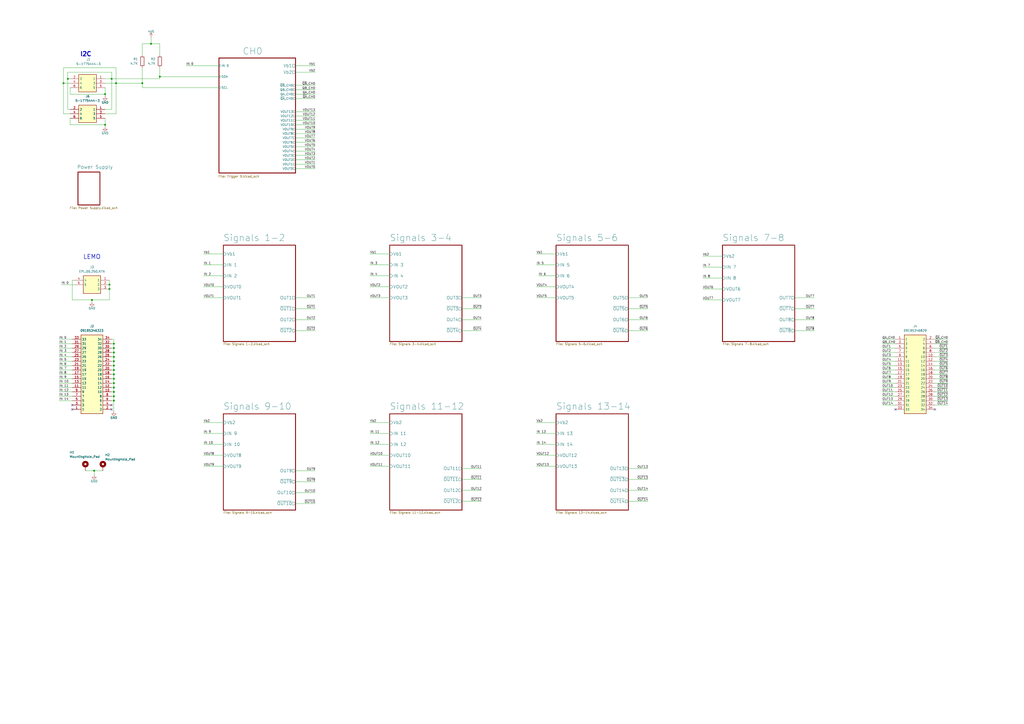
<source format=kicad_sch>
(kicad_sch (version 20231120) (generator "eeschema") (generator_version "8.0")
  (paper "A2")
  (lib_symbols
    (symbol "Device:R" (pin_numbers hide) (pin_names (offset 0))
      (property "Reference" "R" (at 2.032 0 90))
      (property "Value" "R" (at 0 0 90))
      (symbol "R_0_1"
        (rectangle (start -1.016 -2.54) (end 1.016 2.54) (stroke (width 0.254)))
      )
      (symbol "R_1_1"
        (pin passive line (at 0 3.81 270) (length 1.27) (name "~") (number "1"))
        (pin passive line (at 0 -3.81 90) (length 1.27) (name "~") (number "2"))
      )
    )
    (symbol "Mechanical:MountingHole_Pad" (pin_numbers hide) (pin_names (offset 1.016) hide) (exclude_from_sim yes) (in_bom no)
      (property "Reference" "H" (at 0 6.35 0))
      (property "Value" "MountingHole_Pad" (at 0 4.445 0))
      (symbol "MountingHole_Pad_0_1"
        (circle (center 0 1.27) (radius 1.27) (stroke (width 1.27)))
      )
      (symbol "MountingHole_Pad_1_1"
        (pin input line (at 0 -2.54 90) (length 2.54) (name "1") (number "1"))
      )
    )
    (symbol "SamacSys_Parts:09185346323"
      (property "Reference" "J" (at 19.05 7.62 0))
      (property "Value" "09185346323" (at 19.05 5.08 0))
      (symbol "09185346323_1_1"
        (rectangle (start 5.08 2.54) (end 17.78 -43.18) (stroke (width 0.254)) (fill (type background)))
        (pin passive line (at 0 0 0) (length 5.08) (name "1") (number "1"))
        (pin passive line (at 22.86 -10.16 180) (length 5.08) (name "10") (number "10"))
        (pin passive line (at 0 -12.7 0) (length 5.08) (name "11") (number "11"))
        (pin passive line (at 22.86 -12.7 180) (length 5.08) (name "12") (number "12"))
        (pin passive line (at 0 -15.24 0) (length 5.08) (name "13") (number "13"))
        (pin passive line (at 22.86 -15.24 180) (length 5.08) (name "14") (number "14"))
        (pin passive line (at 0 -17.78 0) (length 5.08) (name "15") (number "15"))
        (pin passive line (at 22.86 -17.78 180) (length 5.08) (name "16") (number "16"))
        (pin passive line (at 0 -20.32 0) (length 5.08) (name "17") (number "17"))
        (pin passive line (at 22.86 -20.32 180) (length 5.08) (name "18") (number "18"))
        (pin passive line (at 0 -22.86 0) (length 5.08) (name "19") (number "19"))
        (pin passive line (at 22.86 0 180) (length 5.08) (name "2") (number "2"))
        (pin passive line (at 22.86 -22.86 180) (length 5.08) (name "20") (number "20"))
        (pin passive line (at 0 -25.4 0) (length 5.08) (name "21") (number "21"))
        (pin passive line (at 22.86 -25.4 180) (length 5.08) (name "22") (number "22"))
        (pin passive line (at 0 -27.94 0) (length 5.08) (name "23") (number "23"))
        (pin passive line (at 22.86 -27.94 180) (length 5.08) (name "24") (number "24"))
        (pin passive line (at 0 -30.48 0) (length 5.08) (name "25") (number "25"))
        (pin passive line (at 22.86 -30.48 180) (length 5.08) (name "26") (number "26"))
        (pin passive line (at 0 -33.02 0) (length 5.08) (name "27") (number "27"))
        (pin passive line (at 22.86 -33.02 180) (length 5.08) (name "28") (number "28"))
        (pin passive line (at 0 -35.56 0) (length 5.08) (name "29") (number "29"))
        (pin passive line (at 0 -2.54 0) (length 5.08) (name "3") (number "3"))
        (pin passive line (at 22.86 -35.56 180) (length 5.08) (name "30") (number "30"))
        (pin passive line (at 0 -38.1 0) (length 5.08) (name "31") (number "31"))
        (pin passive line (at 22.86 -38.1 180) (length 5.08) (name "32") (number "32"))
        (pin passive line (at 0 -40.64 0) (length 5.08) (name "33") (number "33"))
        (pin passive line (at 22.86 -40.64 180) (length 5.08) (name "34") (number "34"))
        (pin passive line (at 22.86 -2.54 180) (length 5.08) (name "4") (number "4"))
        (pin passive line (at 0 -5.08 0) (length 5.08) (name "5") (number "5"))
        (pin passive line (at 22.86 -5.08 180) (length 5.08) (name "6") (number "6"))
        (pin passive line (at 0 -7.62 0) (length 5.08) (name "7") (number "7"))
        (pin passive line (at 22.86 -7.62 180) (length 5.08) (name "8") (number "8"))
        (pin passive line (at 0 -10.16 0) (length 5.08) (name "9") (number "9"))
      )
    )
    (symbol "SamacSys_Parts:09195346829"
      (property "Reference" "J" (at 19.05 7.62 0))
      (property "Value" "09195346829" (at 19.05 5.08 0))
      (symbol "09195346829_1_1"
        (rectangle (start 5.08 2.54) (end 17.78 -43.18) (stroke (width 0.254)) (fill (type background)))
        (pin passive line (at 0 -40.64 0) (length 5.08) (name "1") (number "1"))
        (pin passive line (at 22.86 -30.48 180) (length 5.08) (name "10") (number "10"))
        (pin passive line (at 0 -27.94 0) (length 5.08) (name "11") (number "11"))
        (pin passive line (at 22.86 -27.94 180) (length 5.08) (name "12") (number "12"))
        (pin passive line (at 0 -25.4 0) (length 5.08) (name "13") (number "13"))
        (pin passive line (at 22.86 -25.4 180) (length 5.08) (name "14") (number "14"))
        (pin passive line (at 0 -22.86 0) (length 5.08) (name "15") (number "15"))
        (pin passive line (at 22.86 -22.86 180) (length 5.08) (name "16") (number "16"))
        (pin passive line (at 0 -20.32 0) (length 5.08) (name "17") (number "17"))
        (pin passive line (at 22.86 -20.32 180) (length 5.08) (name "18") (number "18"))
        (pin passive line (at 0 -17.78 0) (length 5.08) (name "19") (number "19"))
        (pin passive line (at 22.86 -40.64 180) (length 5.08) (name "2") (number "2"))
        (pin passive line (at 22.86 -17.78 180) (length 5.08) (name "20") (number "20"))
        (pin passive line (at 0 -15.24 0) (length 5.08) (name "21") (number "21"))
        (pin passive line (at 22.86 -15.24 180) (length 5.08) (name "22") (number "22"))
        (pin passive line (at 0 -12.7 0) (length 5.08) (name "23") (number "23"))
        (pin passive line (at 22.86 -12.7 180) (length 5.08) (name "24") (number "24"))
        (pin passive line (at 0 -10.16 0) (length 5.08) (name "25") (number "25"))
        (pin passive line (at 22.86 -10.16 180) (length 5.08) (name "26") (number "26"))
        (pin passive line (at 0 -7.62 0) (length 5.08) (name "27") (number "27"))
        (pin passive line (at 22.86 -7.62 180) (length 5.08) (name "28") (number "28"))
        (pin passive line (at 0 -5.08 0) (length 5.08) (name "29") (number "29"))
        (pin passive line (at 0 -38.1 0) (length 5.08) (name "3") (number "3"))
        (pin passive line (at 22.86 -5.08 180) (length 5.08) (name "30") (number "30"))
        (pin passive line (at 0 -2.54 0) (length 5.08) (name "31") (number "31"))
        (pin passive line (at 22.86 -2.54 180) (length 5.08) (name "32") (number "32"))
        (pin passive line (at 0 0 0) (length 5.08) (name "33") (number "33"))
        (pin passive line (at 22.86 0 180) (length 5.08) (name "34") (number "34"))
        (pin passive line (at 22.86 -38.1 180) (length 5.08) (name "4") (number "4"))
        (pin passive line (at 0 -35.56 0) (length 5.08) (name "5") (number "5"))
        (pin passive line (at 22.86 -35.56 180) (length 5.08) (name "6") (number "6"))
        (pin passive line (at 0 -33.02 0) (length 5.08) (name "7") (number "7"))
        (pin passive line (at 22.86 -33.02 180) (length 5.08) (name "8") (number "8"))
        (pin passive line (at 0 -30.48 0) (length 5.08) (name "9") (number "9"))
      )
    )
    (symbol "SamacSys_Parts:5-1775444-3"
      (property "Reference" "J" (at 16.51 7.62 0))
      (property "Value" "5-1775444-3" (at 16.51 5.08 0))
      (symbol "5-1775444-3_1_1"
        (rectangle (start 5.08 2.54) (end 15.24 -7.62) (stroke (width 0.254)) (fill (type background)))
        (pin passive line (at 0 0 0) (length 5.08) (name "1") (number "1"))
        (pin passive line (at 20.32 0 180) (length 5.08) (name "2") (number "2"))
        (pin passive line (at 0 -2.54 0) (length 5.08) (name "3") (number "3"))
        (pin passive line (at 20.32 -2.54 180) (length 5.08) (name "4") (number "4"))
        (pin passive line (at 0 -5.08 0) (length 5.08) (name "5") (number "5"))
        (pin passive line (at 20.32 -5.08 180) (length 5.08) (name "6") (number "6"))
      )
    )
    (symbol "SamacSys_Parts:EPL.00.250.NTN"
      (property "Reference" "J" (at 16.51 7.62 0))
      (property "Value" "EPL.00.250.NTN" (at 16.51 5.08 0))
      (symbol "EPL.00.250.NTN_1_1"
        (rectangle (start 5.08 2.54) (end 15.24 -7.62) (stroke (width 0.254)) (fill (type background)))
        (pin passive line (at 0 0 0) (length 5.08) (name "1") (number "1"))
        (pin passive line (at 0 -2.54 0) (length 5.08) (name "2") (number "2"))
        (pin passive line (at 0 -5.08 0) (length 5.08) (name "3") (number "3"))
        (pin passive line (at 20.32 0 180) (length 5.08) (name "4") (number "4"))
        (pin passive line (at 20.32 -2.54 180) (length 5.08) (name "5") (number "5"))
      )
    )
    (symbol "power:+8V" (power) (pin_numbers hide) (pin_names (offset 0) hide)
      (property "Value" "+8V" (at 0 3.556 0))
      (symbol "+8V_0_1"
        (polyline (pts (xy -0.762 1.27) (xy 0 2.54)))
        (polyline (pts (xy 0 0) (xy 0 2.54)))
        (polyline (pts (xy 0 2.54) (xy 0.762 1.27)))
      )
      (symbol "+8V_1_1"
        (pin power_in line (at 0 0 90) (length 0) (name "~") (number "1"))
      )
    )
    (symbol "power:GND" (power) (pin_numbers hide) (pin_names (offset 0) hide)
      (property "Value" "GND" (at 0 -3.81 0))
      (symbol "GND_0_1"
        (polyline (pts (xy 0 0) (xy 0 -1.27) (xy 1.27 -1.27) (xy 0 -2.54) (xy -1.27 -1.27) (xy 0 -1.27)))
      )
      (symbol "GND_1_1"
        (pin power_in line (at 0 0 270) (length 0) (name "~") (number "1"))
      )
    )
  )
  (junction (at 66.04 199.39))
  (junction (at 66.04 227.33))
  (junction (at 82.55 48.26))
  (junction (at 39.37 45.72))
  (junction (at 66.04 217.17))
  (junction (at 66.04 209.55))
  (junction (at 66.04 212.09))
  (junction (at 66.04 204.47))
  (junction (at 92.71 44.45))
  (junction (at 66.04 232.41))
  (junction (at 66.04 219.71))
  (junction (at 64.77 45.72))
  (junction (at 36.83 48.26))
  (junction (at 63.5 167.64))
  (junction (at 60.96 54.61))
  (junction (at 54.61 273.05))
  (junction (at 60.96 72.39))
  (junction (at 66.04 201.93))
  (junction (at 66.04 207.01))
  (junction (at 67.31 48.26))
  (junction (at 53.34 173.99))
  (junction (at 66.04 222.25))
  (junction (at 66.04 229.87))
  (junction (at 66.04 224.79))
  (junction (at 66.04 214.63))
  (junction (at 63.5 165.1))
  (junction (at 87.63 25.4))
  (no_connect (at 519.43 237.49))
  (no_connect (at 542.29 237.49))
  (no_connect (at 64.77 234.95))
  (no_connect (at 41.91 234.95))
  (no_connect (at 64.77 237.49))
  (no_connect (at 41.91 237.49))
  (wire (pts (xy 34.29 204.47) (xy 41.91 204.47)))
  (wire (pts (xy 67.31 39.37) (xy 67.31 48.26)))
  (wire (pts (xy 49.53 273.05) (xy 54.61 273.05)))
  (wire (pts (xy 40.64 50.8) (xy 40.64 54.61)))
  (wire (pts (xy 92.71 39.37) (xy 92.71 44.45)))
  (wire (pts (xy 519.43 229.87) (xy 511.81 229.87)))
  (wire (pts (xy 312.42 160.02) (xy 322.58 160.02)))
  (wire (pts (xy 171.45 67.31) (xy 182.88 67.31)))
  (wire (pts (xy 419.1 148.59) (xy 407.67 148.59)))
  (wire (pts (xy 60.96 48.26) (xy 67.31 48.26)))
  (wire (pts (xy 66.04 222.25) (xy 66.04 224.79)))
  (wire (pts (xy 407.67 167.64) (xy 419.1 167.64)))
  (wire (pts (xy 171.45 95.25) (xy 182.88 95.25)))
  (wire (pts (xy 34.29 209.55) (xy 41.91 209.55)))
  (wire (pts (xy 66.04 214.63) (xy 66.04 217.17)))
  (wire (pts (xy 542.29 229.87) (xy 549.91 229.87)))
  (wire (pts (xy 171.45 292.1) (xy 182.88 292.1)))
  (wire (pts (xy 364.49 172.72) (xy 375.92 172.72)))
  (wire (pts (xy 36.83 48.26) (xy 40.64 48.26)))
  (wire (pts (xy 67.31 48.26) (xy 82.55 48.26)))
  (wire (pts (xy 549.91 212.09) (xy 542.29 212.09)))
  (wire (pts (xy 66.04 222.25) (xy 64.77 222.25)))
  (wire (pts (xy 118.11 153.67) (xy 129.54 153.67)))
  (wire (pts (xy 41.91 162.56) (xy 43.18 162.56)))
  (wire (pts (xy 214.63 153.67) (xy 226.06 153.67)))
  (wire (pts (xy 171.45 77.47) (xy 182.88 77.47)))
  (wire (pts (xy 542.29 224.79) (xy 549.91 224.79)))
  (wire (pts (xy 542.29 227.33) (xy 549.91 227.33)))
  (wire (pts (xy 66.04 204.47) (xy 66.04 207.01)))
  (wire (pts (xy 40.64 54.61) (xy 60.96 54.61)))
  (wire (pts (xy 54.61 273.05) (xy 54.61 275.59)))
  (wire (pts (xy 171.45 279.4) (xy 182.88 279.4)))
  (wire (pts (xy 66.04 209.55) (xy 66.04 212.09)))
  (wire (pts (xy 549.91 209.55) (xy 542.29 209.55)))
  (wire (pts (xy 40.64 68.58) (xy 40.64 72.39)))
  (wire (pts (xy 41.91 173.99) (xy 41.91 162.56)))
  (wire (pts (xy 311.15 251.46) (xy 322.58 251.46)))
  (wire (pts (xy 171.45 285.75) (xy 182.88 285.75)))
  (wire (pts (xy 66.04 229.87) (xy 64.77 229.87)))
  (wire (pts (xy 311.15 153.67) (xy 322.58 153.67)))
  (wire (pts (xy 511.81 204.47) (xy 519.43 204.47)))
  (wire (pts (xy 82.55 25.4) (xy 82.55 31.75)))
  (wire (pts (xy 311.15 257.81) (xy 322.58 257.81)))
  (wire (pts (xy 60.96 50.8) (xy 60.96 54.61)))
  (wire (pts (xy 311.15 166.37) (xy 322.58 166.37)))
  (wire (pts (xy 311.15 172.72) (xy 322.58 172.72)))
  (wire (pts (xy 171.45 38.1) (xy 182.88 38.1)))
  (wire (pts (xy 92.71 45.72) (xy 92.71 44.45)))
  (wire (pts (xy 364.49 278.13) (xy 375.92 278.13)))
  (wire (pts (xy 82.55 39.37) (xy 82.55 48.26)))
  (wire (pts (xy 118.11 147.32) (xy 129.54 147.32)))
  (wire (pts (xy 407.67 173.99) (xy 419.1 173.99)))
  (wire (pts (xy 542.29 199.39) (xy 549.91 199.39)))
  (wire (pts (xy 511.81 207.01) (xy 519.43 207.01)))
  (wire (pts (xy 34.29 217.17) (xy 41.91 217.17)))
  (wire (pts (xy 267.97 290.83) (xy 279.4 290.83)))
  (wire (pts (xy 511.81 209.55) (xy 519.43 209.55)))
  (wire (pts (xy 542.29 234.95) (xy 549.91 234.95)))
  (wire (pts (xy 36.83 39.37) (xy 36.83 48.26)))
  (wire (pts (xy 511.81 212.09) (xy 519.43 212.09)))
  (wire (pts (xy 549.91 214.63) (xy 542.29 214.63)))
  (wire (pts (xy 171.45 273.05) (xy 182.88 273.05)))
  (wire (pts (xy 66.04 227.33) (xy 64.77 227.33)))
  (wire (pts (xy 214.63 160.02) (xy 226.06 160.02)))
  (wire (pts (xy 549.91 217.17) (xy 542.29 217.17)))
  (wire (pts (xy 171.45 74.93) (xy 182.88 74.93)))
  (wire (pts (xy 226.06 147.32) (xy 214.63 147.32)))
  (wire (pts (xy 461.01 191.77) (xy 472.44 191.77)))
  (wire (pts (xy 461.01 172.72) (xy 472.44 172.72)))
  (wire (pts (xy 322.58 147.32) (xy 311.15 147.32)))
  (wire (pts (xy 66.04 207.01) (xy 66.04 209.55)))
  (wire (pts (xy 171.45 69.85) (xy 182.88 69.85)))
  (wire (pts (xy 214.63 257.81) (xy 226.06 257.81)))
  (wire (pts (xy 66.04 217.17) (xy 64.77 217.17)))
  (wire (pts (xy 171.45 49.53) (xy 182.88 49.53)))
  (wire (pts (xy 214.63 172.72) (xy 226.06 172.72)))
  (wire (pts (xy 66.04 224.79) (xy 64.77 224.79)))
  (wire (pts (xy 34.29 224.79) (xy 41.91 224.79)))
  (wire (pts (xy 214.63 270.51) (xy 226.06 270.51)))
  (wire (pts (xy 171.45 41.91) (xy 182.88 41.91)))
  (wire (pts (xy 64.77 41.91) (xy 64.77 45.72)))
  (wire (pts (xy 214.63 166.37) (xy 226.06 166.37)))
  (wire (pts (xy 171.45 54.61) (xy 182.88 54.61)))
  (wire (pts (xy 53.34 173.99) (xy 53.34 175.26)))
  (wire (pts (xy 40.64 72.39) (xy 60.96 72.39)))
  (wire (pts (xy 364.49 271.78) (xy 375.92 271.78)))
  (wire (pts (xy 34.29 196.85) (xy 41.91 196.85)))
  (wire (pts (xy 36.83 48.26) (xy 36.83 66.04)))
  (wire (pts (xy 542.29 232.41) (xy 549.91 232.41)))
  (wire (pts (xy 118.11 270.51) (xy 129.54 270.51)))
  (wire (pts (xy 67.31 48.26) (xy 67.31 66.04)))
  (wire (pts (xy 66.04 199.39) (xy 64.77 199.39)))
  (wire (pts (xy 66.04 204.47) (xy 64.77 204.47)))
  (wire (pts (xy 364.49 290.83) (xy 375.92 290.83)))
  (wire (pts (xy 66.04 212.09) (xy 66.04 214.63)))
  (wire (pts (xy 171.45 191.77) (xy 182.88 191.77)))
  (wire (pts (xy 63.5 167.64) (xy 63.5 173.99)))
  (wire (pts (xy 511.81 196.85) (xy 519.43 196.85)))
  (wire (pts (xy 267.97 284.48) (xy 279.4 284.48)))
  (wire (pts (xy 267.97 172.72) (xy 279.4 172.72)))
  (wire (pts (xy 519.43 234.95) (xy 511.81 234.95)))
  (wire (pts (xy 53.34 173.99) (xy 63.5 173.99)))
  (wire (pts (xy 519.43 222.25) (xy 511.81 222.25)))
  (wire (pts (xy 519.43 227.33) (xy 511.81 227.33)))
  (wire (pts (xy 39.37 45.72) (xy 39.37 63.5)))
  (wire (pts (xy 60.96 66.04) (xy 67.31 66.04)))
  (wire (pts (xy 66.04 196.85) (xy 66.04 199.39)))
  (wire (pts (xy 542.29 196.85) (xy 549.91 196.85)))
  (wire (pts (xy 171.45 90.17) (xy 182.88 90.17)))
  (wire (pts (xy 511.81 217.17) (xy 519.43 217.17)))
  (wire (pts (xy 66.04 214.63) (xy 64.77 214.63)))
  (wire (pts (xy 519.43 224.79) (xy 511.81 224.79)))
  (wire (pts (xy 66.04 232.41) (xy 64.77 232.41)))
  (wire (pts (xy 34.29 207.01) (xy 41.91 207.01)))
  (wire (pts (xy 171.45 57.15) (xy 182.88 57.15)))
  (wire (pts (xy 171.45 92.71) (xy 182.88 92.71)))
  (wire (pts (xy 118.11 160.02) (xy 129.54 160.02)))
  (wire (pts (xy 118.11 245.11) (xy 129.54 245.11)))
  (wire (pts (xy 66.04 224.79) (xy 66.04 227.33)))
  (wire (pts (xy 511.81 214.63) (xy 519.43 214.63)))
  (wire (pts (xy 171.45 64.77) (xy 182.88 64.77)))
  (wire (pts (xy 311.15 264.16) (xy 322.58 264.16)))
  (wire (pts (xy 364.49 284.48) (xy 375.92 284.48)))
  (wire (pts (xy 34.29 222.25) (xy 41.91 222.25)))
  (wire (pts (xy 171.45 185.42) (xy 182.88 185.42)))
  (wire (pts (xy 34.29 212.09) (xy 41.91 212.09)))
  (wire (pts (xy 63.5 162.56) (xy 63.5 165.1)))
  (wire (pts (xy 60.96 54.61) (xy 60.96 55.88)))
  (wire (pts (xy 66.04 212.09) (xy 64.77 212.09)))
  (wire (pts (xy 171.45 85.09) (xy 182.88 85.09)))
  (wire (pts (xy 41.91 173.99) (xy 53.34 173.99)))
  (wire (pts (xy 267.97 179.07) (xy 279.4 179.07)))
  (wire (pts (xy 66.04 199.39) (xy 66.04 201.93)))
  (wire (pts (xy 66.04 232.41) (xy 66.04 238.76)))
  (wire (pts (xy 40.64 63.5) (xy 39.37 63.5)))
  (wire (pts (xy 64.77 45.72) (xy 92.71 45.72)))
  (wire (pts (xy 171.45 52.07) (xy 182.88 52.07)))
  (wire (pts (xy 66.04 201.93) (xy 64.77 201.93)))
  (wire (pts (xy 171.45 82.55) (xy 182.88 82.55)))
  (wire (pts (xy 64.77 63.5) (xy 60.96 63.5)))
  (wire (pts (xy 66.04 227.33) (xy 66.04 229.87)))
  (wire (pts (xy 87.63 25.4) (xy 92.71 25.4)))
  (wire (pts (xy 82.55 50.8) (xy 127 50.8)))
  (wire (pts (xy 407.67 154.94) (xy 419.1 154.94)))
  (wire (pts (xy 82.55 48.26) (xy 82.55 50.8)))
  (wire (pts (xy 226.06 245.11) (xy 214.63 245.11)))
  (wire (pts (xy 92.71 44.45) (xy 127 44.45)))
  (wire (pts (xy 64.77 196.85) (xy 66.04 196.85)))
  (wire (pts (xy 64.77 45.72) (xy 64.77 63.5)))
  (wire (pts (xy 549.91 204.47) (xy 542.29 204.47)))
  (wire (pts (xy 407.67 161.29) (xy 419.1 161.29)))
  (wire (pts (xy 214.63 264.16) (xy 226.06 264.16)))
  (wire (pts (xy 60.96 72.39) (xy 60.96 73.66)))
  (wire (pts (xy 549.91 201.93) (xy 542.29 201.93)))
  (wire (pts (xy 60.96 45.72) (xy 64.77 45.72)))
  (wire (pts (xy 34.29 214.63) (xy 41.91 214.63)))
  (wire (pts (xy 171.45 97.79) (xy 182.88 97.79)))
  (wire (pts (xy 107.95 38.1) (xy 127 38.1)))
  (wire (pts (xy 171.45 80.01) (xy 182.88 80.01)))
  (wire (pts (xy 40.64 45.72) (xy 39.37 45.72)))
  (wire (pts (xy 87.63 21.59) (xy 87.63 25.4)))
  (wire (pts (xy 66.04 201.93) (xy 66.04 204.47)))
  (wire (pts (xy 54.61 273.05) (xy 59.69 273.05)))
  (wire (pts (xy 118.11 251.46) (xy 129.54 251.46)))
  (wire (pts (xy 519.43 199.39) (xy 511.81 199.39)))
  (wire (pts (xy 34.29 227.33) (xy 41.91 227.33)))
  (wire (pts (xy 66.04 209.55) (xy 64.77 209.55)))
  (wire (pts (xy 39.37 45.72) (xy 39.37 41.91)))
  (wire (pts (xy 549.91 219.71) (xy 542.29 219.71)))
  (wire (pts (xy 118.11 257.81) (xy 129.54 257.81)))
  (wire (pts (xy 34.29 199.39) (xy 41.91 199.39)))
  (wire (pts (xy 66.04 219.71) (xy 64.77 219.71)))
  (wire (pts (xy 66.04 229.87) (xy 66.04 232.41)))
  (wire (pts (xy 267.97 191.77) (xy 279.4 191.77)))
  (wire (pts (xy 36.83 66.04) (xy 40.64 66.04)))
  (wire (pts (xy 267.97 185.42) (xy 279.4 185.42)))
  (wire (pts (xy 364.49 179.07) (xy 375.92 179.07)))
  (wire (pts (xy 92.71 25.4) (xy 92.71 31.75)))
  (wire (pts (xy 118.11 166.37) (xy 129.54 166.37)))
  (wire (pts (xy 171.45 72.39) (xy 182.88 72.39)))
  (wire (pts (xy 267.97 271.78) (xy 279.4 271.78)))
  (wire (pts (xy 87.63 25.4) (xy 82.55 25.4)))
  (wire (pts (xy 67.31 39.37) (xy 36.83 39.37)))
  (wire (pts (xy 118.11 172.72) (xy 129.54 172.72)))
  (wire (pts (xy 511.81 201.93) (xy 519.43 201.93)))
  (wire (pts (xy 542.29 222.25) (xy 549.91 222.25)))
  (wire (pts (xy 519.43 232.41) (xy 511.81 232.41)))
  (wire (pts (xy 66.04 219.71) (xy 66.04 222.25)))
  (wire (pts (xy 63.5 165.1) (xy 63.5 167.64)))
  (wire (pts (xy 39.37 41.91) (xy 64.77 41.91)))
  (wire (pts (xy 60.96 68.58) (xy 60.96 72.39)))
  (wire (pts (xy 364.49 191.77) (xy 375.92 191.77)))
  (wire (pts (xy 34.29 219.71) (xy 41.91 219.71)))
  (wire (pts (xy 34.29 201.93) (xy 41.91 201.93)))
  (wire (pts (xy 214.63 251.46) (xy 226.06 251.46)))
  (wire (pts (xy 311.15 270.51) (xy 322.58 270.51)))
  (wire (pts (xy 267.97 278.13) (xy 279.4 278.13)))
  (wire (pts (xy 171.45 87.63) (xy 182.88 87.63)))
  (wire (pts (xy 461.01 185.42) (xy 472.44 185.42)))
  (wire (pts (xy 511.81 219.71) (xy 519.43 219.71)))
  (wire (pts (xy 364.49 185.42) (xy 375.92 185.42)))
  (wire (pts (xy 66.04 217.17) (xy 66.04 219.71)))
  (wire (pts (xy 35.56 165.1) (xy 43.18 165.1)))
  (wire (pts (xy 34.29 229.87) (xy 41.91 229.87)))
  (wire (pts (xy 549.91 207.01) (xy 542.29 207.01)))
  (wire (pts (xy 118.11 264.16) (xy 129.54 264.16)))
  (wire (pts (xy 322.58 245.11) (xy 311.15 245.11)))
  (wire (pts (xy 34.29 232.41) (xy 41.91 232.41)))
  (wire (pts (xy 171.45 172.72) (xy 182.88 172.72)))
  (wire (pts (xy 66.04 207.01) (xy 64.77 207.01)))
  (wire (pts (xy 461.01 179.07) (xy 472.44 179.07)))
  (wire (pts (xy 171.45 179.07) (xy 182.88 179.07)))
  (text "I2C" (at 49.784 31.496 0) (effects (font (size 2.54 2.54) (thickness 0.508) (bold yes))))
  (text "LEMO" (at 53.34 149.098 0) (effects (font (size 2.54 2.54) (thickness 0.254) (bold yes))))
  (label "VOUT10" (at 214.63 264.16 0))
  (label "IN 14" (at 311.15 257.81 0))
  (label "OUT13" (at 511.81 232.41 0))
  (label "OUT5" (at 375.92 172.72 180))
  (label "IN 5" (at 311.15 153.67 0))
  (label "~{OUT6}" (at 375.92 191.77 180))
  (label "IN 0" (at 35.56 165.1 0))
  (label "IN 13" (at 34.29 229.87 0))
  (label "VOUT11" (at 182.88 69.85 180))
  (label "VOUT0" (at 182.88 97.79 180))
  (label "VOUT4" (at 182.88 87.63 180))
  (label "IN 7" (at 34.29 214.63 0))
  (label "IN 2" (at 34.29 201.93 0))
  (label "VOUT0" (at 118.11 166.37 0))
  (label "QB_CH0" (at 182.88 52.07 180))
  (label "QA_CH0" (at 511.81 196.85 0))
  (label "IN 1" (at 34.29 199.39 0))
  (label "OUT3" (at 511.81 207.01 0))
  (label "~{OUT4}" (at 279.4 191.77 180))
  (label "~{OUT10}" (at 549.91 224.79 180))
  (label "VOUT9" (at 182.88 74.93 180))
  (label "VOUT12" (at 311.15 264.16 0))
  (label "IN 2" (at 118.11 160.02 0))
  (label "OUT6" (at 375.92 185.42 180))
  (label "VOUT8" (at 182.88 77.47 180))
  (label "VOUT7" (at 182.88 80.01 180))
  (label "IN 7" (at 407.67 154.94 0))
  (label "OUT5" (at 511.81 212.09 0))
  (label "OUT8" (at 472.44 185.42 180))
  (label "OUT4" (at 279.4 185.42 180))
  (label "VOUT5" (at 311.15 172.72 0))
  (label "IN 9" (at 118.11 251.46 0))
  (label "Vb2" (at 407.67 148.59 0))
  (label "VOUT3" (at 214.63 172.72 0))
  (label "~{OUT5}" (at 375.92 179.07 180))
  (label "QA_CH0" (at 182.88 54.61 180))
  (label "VOUT11" (at 214.63 270.51 0))
  (label "IN 5" (at 34.29 209.55 0))
  (label "~{OUT5}" (at 549.91 212.09 180))
  (label "IN 4" (at 34.29 207.01 0))
  (label "VOUT2" (at 182.88 92.71 180))
  (label "IN 9" (at 34.29 219.71 0))
  (label "OUT1" (at 182.88 172.72 180))
  (label "VOUT5" (at 182.88 85.09 180))
  (label "VOUT2" (at 214.63 166.37 0))
  (label "VOUT7" (at 407.67 173.99 0))
  (label "~{OUT12}" (at 279.4 290.83 180))
  (label "VOUT13" (at 182.88 64.77 180))
  (label "OUT9" (at 511.81 222.25 0))
  (label "OUT9" (at 182.88 273.05 180))
  (label "VOUT10" (at 182.88 72.39 180))
  (label "~{OUT8}" (at 472.44 191.77 180))
  (label "OUT10" (at 511.81 224.79 0))
  (label "Vb1" (at 182.88 38.1 180))
  (label "~{OUT9}" (at 182.88 279.4 180))
  (label "VOUT4" (at 311.15 166.37 0))
  (label "Vb2" (at 311.15 245.11 0))
  (label "OUT7" (at 511.81 217.17 0))
  (label "Vb1" (at 118.11 147.32 0))
  (label "~{OUT1}" (at 182.88 179.07 180))
  (label "OUT14" (at 375.92 284.48 180))
  (label "OUT13" (at 375.92 271.78 180))
  (label "OUT4" (at 511.81 209.55 0))
  (label "IN 3" (at 34.29 204.47 0))
  (label "IN 14" (at 34.29 232.41 0))
  (label "IN 6" (at 312.42 160.02 0))
  (label "~{OUT7}" (at 472.44 179.07 180))
  (label "OUT8" (at 511.81 219.71 0))
  (label "OUT11" (at 511.81 227.33 0))
  (label "VOUT12" (at 182.88 67.31 180))
  (label "OUT12" (at 279.4 284.48 180))
  (label "IN 10" (at 118.11 257.81 0))
  (label "OUT10" (at 182.88 285.75 180))
  (label "IN 8" (at 407.67 161.29 0))
  (label "~{OUT2}" (at 549.91 204.47 180))
  (label "IN 3" (at 214.63 153.67 0))
  (label "IN 4" (at 214.63 160.02 0))
  (label "OUT12" (at 511.81 229.87 0))
  (label "~{OUT1}" (at 549.91 201.93 180))
  (label "IN 6" (at 34.29 212.09 0))
  (label "Vb1" (at 311.15 147.32 0))
  (label "~{OUT13}" (at 375.92 278.13 180))
  (label "VOUT6" (at 182.88 82.55 180))
  (label "IN 1" (at 118.11 153.67 0))
  (label "OUT7" (at 472.44 172.72 180))
  (label "Vb2" (at 182.88 41.91 180))
  (label "~{OUT3}" (at 549.91 207.01 180))
  (label "IN 10" (at 34.29 222.25 0))
  (label "OUT1" (at 511.81 201.93 0))
  (label "VOUT6" (at 407.67 167.64 0))
  (label "~{OUT6}" (at 549.91 214.63 180))
  (label "IN 11" (at 34.29 224.79 0))
  (label "IN 11" (at 214.63 251.46 0))
  (label "OUT2" (at 182.88 185.42 180))
  (label "IN 8" (at 34.29 217.17 0))
  (label "VOUT1" (at 118.11 172.72 0))
  (label "~{OUT8}" (at 549.91 219.71 180))
  (label "~{OUT3}" (at 279.4 179.07 180))
  (label "~{QB}_CH0" (at 549.91 199.39 180))
  (label "OUT3" (at 279.4 172.72 180))
  (label "OUT6" (at 511.81 214.63 0))
  (label "OUT14" (at 511.81 234.95 0))
  (label "VOUT1" (at 182.88 95.25 180))
  (label "Vb2" (at 118.11 245.11 0))
  (label "Vb2" (at 214.63 245.11 0))
  (label "~{OUT4}" (at 549.91 209.55 180))
  (label "~{OUT2}" (at 182.88 191.77 180))
  (label "~{OUT14}" (at 549.91 234.95 180))
  (label "~{OUT12}" (at 549.91 229.87 180))
  (label "~{OUT11}" (at 279.4 278.13 180))
  (label "~{OUT10}" (at 182.88 292.1 180))
  (label "Vb1" (at 214.63 147.32 0))
  (label "~{OUT9}" (at 549.91 222.25 180))
  (label "IN 12" (at 34.29 227.33 0))
  (label "IN 13" (at 311.15 251.46 0))
  (label "VOUT9" (at 118.11 270.51 0))
  (label "~{OUT13}" (at 549.91 232.41 180))
  (label "VOUT13" (at 311.15 270.51 0))
  (label "~{QA}_CH0" (at 182.88 57.15 180))
  (label "QB_CH0" (at 511.81 199.39 0))
  (label "OUT11" (at 279.4 271.78 180))
  (label "~{OUT7}" (at 549.91 217.17 180))
  (label "~{QA}_CH0" (at 549.91 196.85 180))
  (label "~{QB}_CH0" (at 182.88 49.53 180))
  (label "IN 0" (at 34.29 196.85 0))
  (label "VOUT8" (at 118.11 264.16 0))
  (label "IN 12" (at 214.63 257.81 0))
  (label "~{OUT11}" (at 549.91 227.33 180))
  (label "IN 0" (at 107.95 38.1 0) (effects (font (thickness 0.1588))))
  (label "~{OUT14}" (at 375.92 290.83 180))
  (label "OUT2" (at 511.81 204.47 0))
  (label "VOUT3" (at 182.88 90.17 180))
  (symbol (lib_id "SamacSys_Parts:5-1775444-3") (at 60.96 63.5 0) (mirror y) (unit 1)
    (property "Reference" "J6" (at 50.8 55.88 0))
    (property "Value" "5-1775444-3" (at 50.8 58.42 0))
    (property "Footprint" "SamacSys_Parts:517754443" (effects (hide yes)))
    (property "Datasheet" "https://componentsearchengine.com/Datasheets/1/5-1775444-3.pdf" (effects (hide yes)))
    (property "Description" "Headers & Wire Housings 3 POS HDR R/A SMT 1.5mm" (effects (hide yes)))
    (property "Height" "5.15" (effects (hide yes)))
    (property "Mouser Part Number" "571-5-1775444-3" (effects (hide yes)))
    (property "Mouser Price/Stock" "https://www.mouser.co.uk/ProductDetail/TE-Connectivity/5-1775444-3?qs=fvVej%2FMj3jd1mbV4xT0APA%3D%3D" (effects (hide yes)))
    (property "Manufacturer_Name" "TE Connectivity" (effects (hide yes)))
    (property "Manufacturer_Part_Number" "5-1775444-3" (effects (hide yes)))
  )
  (symbol (lib_id "power:+8V") (at 87.63 21.59 0) (mirror y) (unit 1)
    (property "Reference" "#PWR03" (effects (hide yes)))
    (property "Value" "4V5" (at 87.63 18.288 0))
    (property "Description" "Power symbol creates a global label with name \"+8V\"" (effects (hide yes)))
  )
  (symbol (lib_id "Mechanical:MountingHole_Pad") (at 49.53 270.51 0) (unit 1) (exclude_from_sim yes) (in_bom no)
    (property "Reference" "H1" (at 40.386 262.382 0) (effects (justify left)))
    (property "Value" "MountingHole_Pad" (at 40.386 264.922 0) (effects (justify left)))
    (property "Footprint" "MountingHole:MountingHole_3mm_Pad_TopBottom" (effects (hide yes)))
    (property "Description" "Mounting Hole with connection" (effects (hide yes)))
  )
  (symbol (lib_id "SamacSys_Parts:EPL.00.250.NTN") (at 63.5 162.56 0) (mirror y) (unit 1)
    (property "Reference" "J3" (at 53.34 154.94 0))
    (property "Value" "EPL.00.250.NTN" (at 53.34 157.48 0))
    (property "Footprint" "LEMO-EPA.00.250.DTN:LEMO-EPA.00.250.DTN" (effects (hide yes)))
    (property "Datasheet" "https://www.lemo.com/pdf/EPL.00.250.NTN.pdf" (effects (hide yes)))
    (property "Description" "LEMO - EPL.00.250.NTN - SOCKET, 00, RIGHT ANGLE, PCB, 50OHM" (effects (hide yes)))
    (property "Mouser Part Number" "736-EPL00250NTN" (effects (hide yes)))
    (property "Mouser Price/Stock" "https://www.mouser.co.uk/ProductDetail/LEMO/EPL.00.250.NTN?qs=AcmJtBVhzkScPhFX%252BUQ8bA%3D%3D" (effects (hide yes)))
    (property "Manufacturer_Name" "LEMO" (effects (hide yes)))
    (property "Manufacturer_Part_Number" "EPL.00.250.NTN" (effects (hide yes)))
  )
  (symbol (lib_id "SamacSys_Parts:09185346323") (at 41.91 237.49 0) (mirror x) (unit 1)
    (property "Reference" "J2" (at 53.34 189.23 0))
    (property "Value" "09185346323" (at 53.34 191.77 0))
    (property "Footprint" "SamacSys_Parts:09185346323" (effects (hide yes)))
    (property "Datasheet" "https://b2b.harting.com/files/download/PRD/PDF_DS/PDF_DS_09185346323_EN.pdf" (effects (hide yes)))
    (property "Description" "SEK/IDC Low Profile angled male, 2.9mm tails, 34pin, PL2" (effects (hide yes)))
    (property "Height" "8.9" (effects (hide yes)))
    (property "Mouser Part Number" "617-09-18-534-6323" (effects (hide yes)))
    (property "Mouser Price/Stock" "https://www.mouser.co.uk/ProductDetail/HARTING/09185346323?qs=GZB%2FOSW0r0GMbz7Zhp6Wbw%3D%3D" (effects (hide yes)))
    (property "Manufacturer_Name" "HARTING" (effects (hide yes)))
    (property "Manufacturer_Part_Number" "09185346323" (effects (hide yes)))
  )
  (symbol (lib_id "power:GND") (at 66.04 238.76 0) (unit 1)
    (property "Reference" "#PWR02" (effects (hide yes)))
    (property "Value" "GND" (at 66.04 242.316 0))
    (property "Description" "Power symbol creates a global label with name \"GND\" , ground" (effects (hide yes)))
  )
  (symbol (lib_id "power:GND") (at 53.34 175.26 0) (unit 1)
    (property "Reference" "#PWR01" (effects (hide yes)))
    (property "Value" "GND" (at 53.34 178.816 0))
    (property "Description" "Power symbol creates a global label with name \"GND\" , ground" (effects (hide yes)))
  )
  (symbol (lib_id "power:GND") (at 60.96 73.66 0) (unit 1)
    (property "Reference" "#PWR0207" (effects (hide yes)))
    (property "Value" "GND" (at 60.96 77.216 0))
    (property "Description" "Power symbol creates a global label with name \"GND\" , ground" (effects (hide yes)))
  )
  (symbol (lib_id "Device:R") (at 92.71 35.56 0) (mirror x) (unit 1)
    (property "Reference" "R2" (at 90.17 34.2899 0) (effects (justify right)))
    (property "Value" "4.7K" (at 90.17 36.8299 0) (effects (justify right)))
    (property "Footprint" "Resistor_SMD:R_0603_1608Metric_Pad0.98x0.95mm_HandSolder" (effects (hide yes)))
    (property "Description" "Resistor" (effects (hide yes)))
  )
  (symbol (lib_id "Mechanical:MountingHole_Pad") (at 59.69 270.51 0) (unit 1) (exclude_from_sim yes) (in_bom no)
    (property "Reference" "H2" (at 60.96 263.906 0) (effects (justify left)))
    (property "Value" "MountingHole_Pad" (at 60.96 266.446 0) (effects (justify left)))
    (property "Footprint" "MountingHole:MountingHole_3mm_Pad_TopBottom" (effects (hide yes)))
    (property "Description" "Mounting Hole with connection" (effects (hide yes)))
  )
  (symbol (lib_id "power:GND") (at 60.96 55.88 0) (unit 1)
    (property "Reference" "#PWR0208" (effects (hide yes)))
    (property "Value" "GND" (at 60.96 59.436 0))
    (property "Description" "Power symbol creates a global label with name \"GND\" , ground" (effects (hide yes)))
  )
  (symbol (lib_id "power:GND") (at 54.61 275.59 0) (unit 1)
    (property "Reference" "#PWR0209" (effects (hide yes)))
    (property "Value" "GND" (at 54.61 279.146 0))
    (property "Description" "Power symbol creates a global label with name \"GND\" , ground" (effects (hide yes)))
  )
  (symbol (lib_id "SamacSys_Parts:5-1775444-3") (at 60.96 45.72 0) (mirror y) (unit 1)
    (property "Reference" "J1" (at 51.308 34.544 0))
    (property "Value" "5-1775444-3" (at 51.308 37.084 0))
    (property "Footprint" "SamacSys_Parts:517754443" (effects (hide yes)))
    (property "Datasheet" "https://componentsearchengine.com/Datasheets/1/5-1775444-3.pdf" (effects (hide yes)))
    (property "Description" "Headers & Wire Housings 3 POS HDR R/A SMT 1.5mm" (effects (hide yes)))
    (property "Height" "5.15" (effects (hide yes)))
    (property "Mouser Part Number" "571-5-1775444-3" (effects (hide yes)))
    (property "Mouser Price/Stock" "https://www.mouser.co.uk/ProductDetail/TE-Connectivity/5-1775444-3?qs=fvVej%2FMj3jd1mbV4xT0APA%3D%3D" (effects (hide yes)))
    (property "Manufacturer_Name" "TE Connectivity" (effects (hide yes)))
    (property "Manufacturer_Part_Number" "5-1775444-3" (effects (hide yes)))
  )
  (symbol (lib_id "SamacSys_Parts:09195346829") (at 519.43 237.49 0) (mirror x) (unit 1)
    (property "Reference" "J4" (at 530.86 189.23 0))
    (property "Value" "09195346829" (at 530.86 191.77 0))
    (property "Footprint" "Connector:2x17 Connector" (effects (hide yes)))
    (property "Datasheet" "https://g.componentsearchengine.com/Datasheets/0/15091637.pdf" (effects (hide yes)))
    (property "Description" "SEK mezz Fe 34P Press-in 4.5mm PL2" (effects (hide yes)))
    (property "Height" "11.55" (effects (hide yes)))
    (property "Mouser Part Number" "617-09195346829" (effects (hide yes)))
    (property "Mouser Price/Stock" "https://www.mouser.co.uk/ProductDetail/HARTING/09195346829?qs=Li%252BoUPsLEnuwyDKLUcDNFw%3D%3D" (effects (hide yes)))
    (property "Manufacturer_Name" "HARTING" (effects (hide yes)))
    (property "Manufacturer_Part_Number" "09195346829" (effects (hide yes)))
  )
  (symbol (lib_id "Device:R") (at 82.55 35.56 0) (mirror x) (unit 1)
    (property "Reference" "R1" (at 80.01 34.2899 0) (effects (justify right)))
    (property "Value" "4.7K" (at 80.01 36.8299 0) (effects (justify right)))
    (property "Footprint" "Resistor_SMD:R_0603_1608Metric_Pad0.98x0.95mm_HandSolder" (effects (hide yes)))
    (property "Description" "Resistor" (effects (hide yes)))
  )
  (sheet (at 226.06 142.24) (size 41.91 55.88) (stroke (width 0.381))
    (property "Sheetname" "Signals 3-4" (at 226.06 140.1441 0) (effects (font (size 3.81 3.81)) (justify left bottom)))
    (property "Sheetfile" "Signals 3-4.kicad_sch" (at 226.06 198.8189 0) (effects (justify left top)))
    (pin "Vb1" input (at 226.06 147.32 180) (effects (font (size 1.778 1.778))))
    (pin "IN 3" input (at 226.06 153.67 180) (effects (font (size 1.778 1.778))))
    (pin "IN 4" input (at 226.06 160.02 180) (effects (font (size 1.778 1.778))))
    (pin "OUT3" output (at 267.97 172.72 0) (effects (font (size 1.778 1.778))))
    (pin "~{OUT3}" output (at 267.97 179.07 0) (effects (font (size 1.778 1.778))))
    (pin "~{OUT4}" output (at 267.97 191.77 0) (effects (font (size 1.778 1.778))))
    (pin "OUT4" output (at 267.97 185.42 0) (effects (font (size 1.778 1.778))))
    (pin "VOUT2" input (at 226.06 166.37 180) (effects (font (size 1.778 1.778))))
    (pin "VOUT3" input (at 226.06 172.72 180) (effects (font (size 1.778 1.778))))
  )
  (sheet (at 419.1 142.24) (size 41.91 55.88) (stroke (width 0.381))
    (property "Sheetname" "Signals 7-8" (at 419.1 140.1441 0) (effects (font (size 3.81 3.81)) (justify left bottom)))
    (property "Sheetfile" "Signals 7-8.kicad_sch" (at 419.1 198.8189 0) (effects (justify left top)))
    (pin "IN 7" input (at 419.1 154.94 180) (effects (font (size 1.778 1.778))))
    (pin "IN 8" input (at 419.1 161.29 180) (effects (font (size 1.778 1.778))))
    (pin "OUT7" output (at 461.01 172.72 0) (effects (font (size 1.778 1.778))))
    (pin "~{OUT7}" output (at 461.01 179.07 0) (effects (font (size 1.778 1.778))))
    (pin "~{OUT8}" output (at 461.01 191.77 0) (effects (font (size 1.778 1.778))))
    (pin "OUT8" output (at 461.01 185.42 0) (effects (font (size 1.778 1.778))))
    (pin "VOUT6" input (at 419.1 167.64 180) (effects (font (size 1.778 1.778))))
    (pin "VOUT7" input (at 419.1 173.99 180) (effects (font (size 1.778 1.778))))
    (pin "Vb2" input (at 419.1 148.59 180) (effects (font (size 1.778 1.778))))
  )
  (sheet (at 129.54 142.24) (size 41.91 55.88) (stroke (width 0.381))
    (property "Sheetname" "Signals 1-2" (at 129.54 140.1441 0) (effects (font (size 3.81 3.81)) (justify left bottom)))
    (property "Sheetfile" "Signals 1-2.kicad_sch" (at 129.54 198.8189 0) (effects (justify left top)))
    (pin "IN 1" input (at 129.54 153.67 180) (effects (font (size 1.778 1.778))))
    (pin "IN 2" input (at 129.54 160.02 180) (effects (font (size 1.778 1.778))))
    (pin "Vb1" input (at 129.54 147.32 180) (effects (font (size 1.778 1.778))))
    (pin "OUT1" output (at 171.45 172.72 0) (effects (font (size 1.778 1.778))))
    (pin "~{OUT1}" output (at 171.45 179.07 0) (effects (font (size 1.778 1.778))))
    (pin "OUT2" output (at 171.45 185.42 0) (effects (font (size 1.778 1.778))))
    (pin "~{OUT2}" output (at 171.45 191.77 0) (effects (font (size 1.778 1.778))))
    (pin "VOUT0" input (at 129.54 166.37 180) (effects (font (size 1.778 1.778))))
    (pin "VOUT1" input (at 129.54 172.72 180) (effects (font (size 1.778 1.778))))
  )
  (sheet (at 322.58 142.24) (size 41.91 55.88) (stroke (width 0.381))
    (property "Sheetname" "Signals 5-6" (at 322.58 140.1441 0) (effects (font (size 3.81 3.81)) (justify left bottom)))
    (property "Sheetfile" "Signals 5-6.kicad_sch" (at 322.58 198.8189 0) (effects (justify left top)))
    (pin "Vb1" input (at 322.58 147.32 180) (effects (font (size 1.778 1.778))))
    (pin "IN 5" input (at 322.58 153.67 180) (effects (font (size 1.778 1.778))))
    (pin "IN 6" input (at 322.58 160.02 180) (effects (font (size 1.778 1.778))))
    (pin "OUT5" output (at 364.49 172.72 0) (effects (font (size 1.778 1.778))))
    (pin "~{OUT5}" output (at 364.49 179.07 0) (effects (font (size 1.778 1.778))))
    (pin "~{OUT6}" output (at 364.49 191.77 0) (effects (font (size 1.778 1.778))))
    (pin "OUT6" output (at 364.49 185.42 0) (effects (font (size 1.778 1.778))))
    (pin "VOUT4" input (at 322.58 166.37 180) (effects (font (size 1.778 1.778))))
    (pin "VOUT5" input (at 322.58 172.72 180) (effects (font (size 1.778 1.778))))
  )
  (sheet (at 129.54 240.03) (size 41.91 55.88) (stroke (width 0.381))
    (property "Sheetname" "Signals 9-10" (at 129.54 237.9341 0) (effects (font (size 3.81 3.81)) (justify left bottom)))
    (property "Sheetfile" "Signals 9-10.kicad_sch" (at 129.54 296.6089 0) (effects (justify left top)))
    (pin "Vb2" input (at 129.54 245.11 180) (effects (font (size 1.778 1.778))))
    (pin "IN 10" input (at 129.54 257.81 180) (effects (font (size 1.778 1.778))))
    (pin "OUT9" output (at 171.45 273.05 0) (effects (font (size 1.778 1.778))))
    (pin "~{OUT9}" output (at 171.45 279.4 0) (effects (font (size 1.778 1.778))))
    (pin "~{OUT10}" output (at 171.45 292.1 0) (effects (font (size 1.778 1.778))))
    (pin "OUT10" output (at 171.45 285.75 0) (effects (font (size 1.778 1.778))))
    (pin "IN 9" input (at 129.54 251.46 180) (effects (font (size 1.778 1.778))))
    (pin "VOUT8" input (at 129.54 264.16 180) (effects (font (size 1.778 1.778))))
    (pin "VOUT9" input (at 129.54 270.51 180) (effects (font (size 1.778 1.778))))
  )
  (sheet (at 322.58 240.03) (size 41.91 55.88) (stroke (width 0.381))
    (property "Sheetname" "Signals 13-14" (at 322.58 237.9341 0) (effects (font (size 3.81 3.81)) (justify left bottom)))
    (property "Sheetfile" "Signals 13-14.kicad_sch" (at 322.58 296.6089 0) (effects (justify left top)))
    (pin "Vb2" input (at 322.58 245.11 180) (effects (font (size 1.778 1.778))))
    (pin "IN 13" input (at 322.58 251.46 180) (effects (font (size 1.778 1.778))))
    (pin "IN 14" input (at 322.58 257.81 180) (effects (font (size 1.778 1.778))))
    (pin "OUT13" output (at 364.49 271.78 0) (effects (font (size 1.778 1.778))))
    (pin "~{OUT13}" output (at 364.49 278.13 0) (effects (font (size 1.778 1.778))))
    (pin "~{OUT14}" output (at 364.49 290.83 0) (effects (font (size 1.778 1.778))))
    (pin "OUT14" output (at 364.49 284.48 0) (effects (font (size 1.778 1.778))))
    (pin "VOUT12" input (at 322.58 264.16 180) (effects (font (size 1.778 1.778))))
    (pin "VOUT13" input (at 322.58 270.51 180) (effects (font (size 1.778 1.778))))
  )
  (sheet (at 45.212 99.822) (size 12.7 19.05) (stroke (width 0.381))
    (property "Sheetname" "Power Supply" (at 44.704 98.044 0) (effects (font (size 2.032 2.032)) (justify left bottom)))
    (property "Sheetfile" "Power Supply.kicad_sch" (at 40.386 119.888 0) (effects (justify left top)))
  )
  (sheet (at 127 33.655) (size 44.45 66.675) (stroke (width 0.381))
    (property "Sheetname" "CH0" (at 140.716 31.877 0) (effects (font (size 3.81 3.81)) (justify left bottom)))
    (property "Sheetfile" "Trigger 0.kicad_sch" (at 126.619 101.6 0) (effects (justify left top)))
    (pin "Vb2" output (at 171.45 41.91 0) (effects (font (size 1.778 1.778))))
    (pin "Vb1" output (at 171.45 38.1 0) (effects (font (size 1.778 1.778))))
    (pin "VOUT7" output (at 171.45 80.01 0))
    (pin "VOUT0" output (at 171.45 97.79 0))
    (pin "VOUT13" output (at 171.45 64.77 0))
    (pin "VOUT12" output (at 171.45 67.31 0))
    (pin "VOUT6" output (at 171.45 82.55 0))
    (pin "VOUT4" output (at 171.45 87.63 0))
    (pin "VOUT5" output (at 171.45 85.09 0))
    (pin "VOUT3" output (at 171.45 90.17 0))
    (pin "VOUT1" output (at 171.45 95.25 0))
    (pin "VOUT8" output (at 171.45 77.47 0))
    (pin "VOUT10" output (at 171.45 72.39 0))
    (pin "VOUT9" output (at 171.45 74.93 0))
    (pin "VOUT2" output (at 171.45 92.71 0))
    (pin "VOUT11" output (at 171.45 69.85 0))
    (pin "~{QB}_CH0" output (at 171.45 49.53 0))
    (pin "QB_CH0" output (at 171.45 52.07 0))
    (pin "QA_CH0" output (at 171.45 54.61 0))
    (pin "~{QA}_CH0" output (at 171.45 57.15 0))
    (pin "IN 0" input (at 127 38.1 180))
    (pin "SDA" bidirectional (at 127 44.45 180))
    (pin "SCL" input (at 127 50.8 180))
  )
  (sheet (at 226.06 240.03) (size 41.91 55.88) (stroke (width 0.381))
    (property "Sheetname" "Signals 11-12" (at 226.06 237.9341 0) (effects (font (size 3.81 3.81)) (justify left bottom)))
    (property "Sheetfile" "Signals 11-12.kicad_sch" (at 226.06 296.6089 0) (effects (justify left top)))
    (pin "Vb2" input (at 226.06 245.11 180) (effects (font (size 1.778 1.778))))
    (pin "IN 11" input (at 226.06 251.46 180) (effects (font (size 1.778 1.778))))
    (pin "IN 12" input (at 226.06 257.81 180) (effects (font (size 1.778 1.778))))
    (pin "OUT11" output (at 267.97 271.78 0) (effects (font (size 1.778 1.778))))
    (pin "~{OUT11}" output (at 267.97 278.13 0) (effects (font (size 1.778 1.778))))
    (pin "~{OUT12}" output (at 267.97 290.83 0) (effects (font (size 1.778 1.778))))
    (pin "OUT12" output (at 267.97 284.48 0) (effects (font (size 1.778 1.778))))
    (pin "VOUT10" input (at 226.06 264.16 180) (effects (font (size 1.778 1.778))))
    (pin "VOUT11" input (at 226.06 270.51 180) (effects (font (size 1.778 1.778))))
  )
)
</source>
